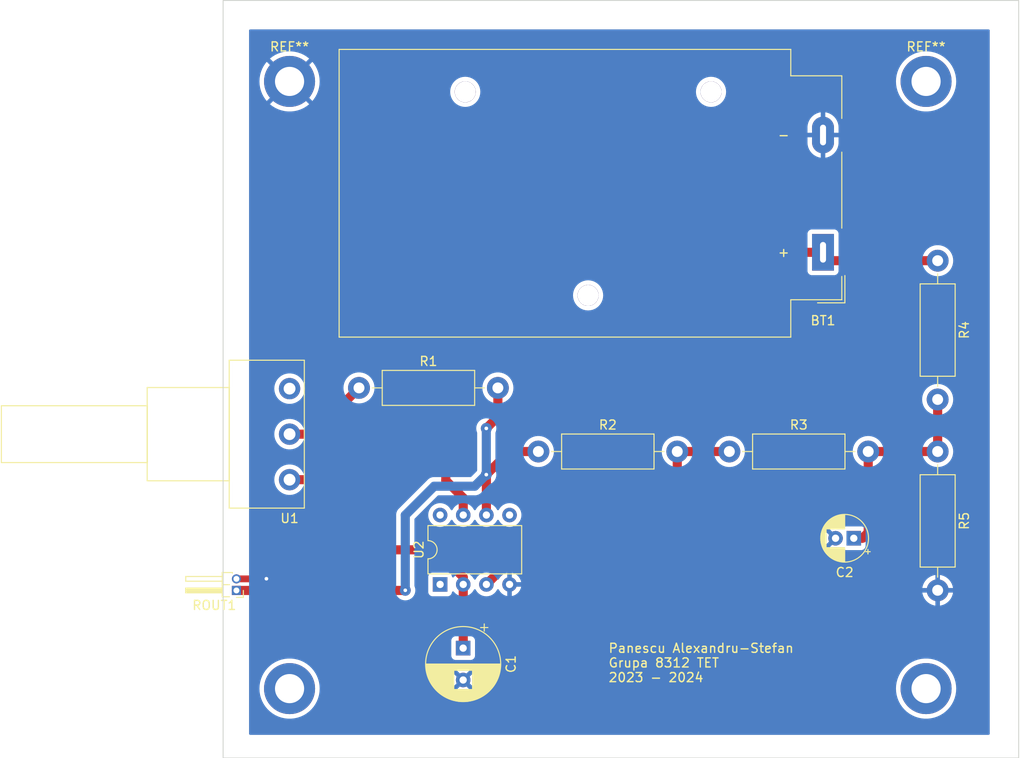
<source format=kicad_pcb>
(kicad_pcb (version 20221018) (generator pcbnew)
  (layers (0 "F.Cu" signal) (31 "B.Cu" signal) (34 "B.Paste" user) (35 "F.Paste" user) (36 "B.SilkS" user "B.Silkscreen") (37 "F.SilkS" user "F.Silkscreen") (38 "B.Mask" user) (39 "F.Mask" user) (44 "Edge.Cuts" user))
  (net 0 "")
  (net 1 "+9V")
  (net 2 "GND")
  (net 3 "/N2")
  (net 4 "/N7")
  (net 5 "/N4")
  (net 6 "/N6")
  (net 7 "/N3")
  (net 8 "/NC1")
  (net 9 "/NC2")
  (net 10 "/NC3")
  (footprint "Resistor_THT:R_Axial_DIN0411_L9.9mm_D3.6mm_P15.24mm_Horizontal" (layer "F.Cu") (at 127.635 95.885)
    (fp_text reference "R2" (at 7.62 -2.92) (layer "F.SilkS"))
    (fp_text value "47K")
    (fp_line (start 1.44 0) (end 2.55 0) (stroke (width 0.12)) (layer "F.SilkS"))
    (fp_line (start 2.55 -1.92) (end 2.55 1.92) (stroke (width 0.12)) (layer "F.SilkS"))
    (fp_line (start 2.55 1.92) (end 12.69 1.92) (stroke (width 0.12)) (layer "F.SilkS"))
    (fp_line (start 12.69 -1.92) (end 2.55 -1.92) (stroke (width 0.12)) (layer "F.SilkS"))
    (fp_line (start 12.69 1.92) (end 12.69 -1.92) (stroke (width 0.12)) (layer "F.SilkS"))
    (fp_line (start 13.8 0) (end 12.69 0) (stroke (width 0.12)) (layer "F.SilkS"))
    (pad "1" thru_hole circle (at 0 0) (size 2.4 2.4) (drill 1.2) (layers "*.Cu" "*.Mask") (net 6 "/N6"))
    (pad "2" thru_hole oval (at 15.24 0) (size 2.4 2.4) (drill 1.2) (layers "*.Cu" "*.Mask") (net 7 "/N3"))
  )
  (footprint "Connector_PinHeader_1.27mm:PinHeader_1x02_P1.27mm_Horizontal" (layer "F.Cu") (at 94.5 111.14 180)
    (fp_text reference "ROUT1" (at 2.4325 -1.635) (layer "F.SilkS"))
    (fp_text value "10K")
    (fp_line (start -0.76 -0.76) (end 0 -0.76) (stroke (width 0.12)) (layer "F.SilkS"))
    (fp_line (start -0.76 0) (end -0.76 -0.76) (stroke (width 0.12)) (layer "F.SilkS"))
    (fp_line (start 0.44 1.965) (end 0.44 1.889677) (stroke (width 0.12)) (layer "F.SilkS"))
    (fp_line (start 0.76 -0.695) (end 1.56 -0.695) (stroke (width 0.12)) (layer "F.SilkS"))
    (fp_line (start 0.76 0.635) (end 1.56 0.635) (stroke (width 0.12)) (layer "F.SilkS"))
    (fp_line (start 1.56 -0.695) (end 1.56 1.965) (stroke (width 0.12)) (layer "F.SilkS"))
    (fp_line (start 1.56 -0.26) (end 5.56 -0.26) (stroke (width 0.12)) (layer "F.SilkS"))
    (fp_line (start 1.56 -0.2) (end 5.56 -0.2) (stroke (width 0.12)) (layer "F.SilkS"))
    (fp_line (start 1.56 -0.08) (end 5.56 -0.08) (stroke (width 0.12)) (layer "F.SilkS"))
    (fp_line (start 1.56 0.04) (end 5.56 0.04) (stroke (width 0.12)) (layer "F.SilkS"))
    (fp_line (start 1.56 0.16) (end 5.56 0.16) (stroke (width 0.12)) (layer "F.SilkS"))
    (fp_line (start 1.56 1.01) (end 5.56 1.01) (stroke (width 0.12)) (layer "F.SilkS"))
    (fp_line (start 1.56 1.965) (end 0.44 1.965) (stroke (width 0.12)) (layer "F.SilkS"))
    (fp_line (start 5.56 -0.26) (end 5.56 0.26) (stroke (width 0.12)) (layer "F.SilkS"))
    (fp_line (start 5.56 0.26) (end 1.56 0.26) (stroke (width 0.12)) (layer "F.SilkS"))
    (fp_line (start 5.56 1.01) (end 5.56 1.53) (stroke (width 0.12)) (layer "F.SilkS"))
    (fp_line (start 5.56 1.53) (end 1.56 1.53) (stroke (width 0.12)) (layer "F.SilkS"))
    (pad "1" thru_hole rect (at 0 0 180) (size 1 1) (drill 0.65) (layers "*.Cu" "*.Mask") (net 6 "/N6"))
    (pad "2" thru_hole oval (at 0 1.27 180) (size 1 1) (drill 0.65) (layers "*.Cu" "*.Mask") (net 2 "GND"))
  )
  (footprint "" (layer "F.Cu") (at 100.33 121.92)
    (fp_text reference "" (at 0 0) (layer "F.SilkS") (effects (font (size 1.27 1.27))))
    (fp_text value "" (at 0 0) (layer "F.SilkS") (effects (font (size 1.27 1.27))))
    (pad "1" thru_hole circle (at 0 0) (size 5.6 5.6) (drill 3.2) (layers "*.Cu" "*.Mask"))
  )
  (footprint "MountingHole:MountingHole_3.2mm_M3_DIN965_Pad" (layer "F.Cu") (at 170.18 55.245)
    (fp_text reference "REF**" (at 0 -3.8) (layer "F.SilkS"))
    (fp_text value "MountingHole_3.2mm_M3")
    (pad "1" thru_hole circle (at 0 0) (size 5.6 5.6) (drill 3.2) (layers "*.Cu" "*.Mask"))
  )
  (footprint "MountingHole:MountingHole_3.2mm_M3_DIN965_Pad" (layer "F.Cu") (at 100.33 55.245)
    (fp_text reference "REF**" (at 0 -3.8) (layer "F.SilkS"))
    (fp_text value "MountingHole_3.2mm_M3")
    (pad "1" thru_hole circle (at 0 0) (size 5.6 5.6) (drill 3.2) (layers "*.Cu" "*.Mask") (net 2 "GND"))
  )
  (footprint "Capacitor_THT:CP_Radial_D8.0mm_P3.50mm" (layer "F.Cu") (at 119.38 117.475 -90)
    (fp_text reference "C1" (at 1.75 -5.25 90) (layer "F.SilkS"))
    (fp_text value "100μ")
    (fp_line (start -2.659698 -2.315) (end -1.859698 -2.315) (stroke (width 0.12)) (layer "F.SilkS"))
    (fp_line (start -2.259698 -2.715) (end -2.259698 -1.915) (stroke (width 0.12)) (layer "F.SilkS"))
    (fp_line (start 1.75 -4.08) (end 1.75 4.08) (stroke (width 0.12)) (layer "F.SilkS"))
    (fp_line (start 1.79 -4.08) (end 1.79 4.08) (stroke (width 0.12)) (layer "F.SilkS"))
    (fp_line (start 1.83 -4.08) (end 1.83 4.08) (stroke (width 0.12)) (layer "F.SilkS"))
    (fp_line (start 1.87 -4.079) (end 1.87 4.079) (stroke (width 0.12)) (layer "F.SilkS"))
    (fp_line (start 1.91 -4.077) (end 1.91 4.077) (stroke (width 0.12)) (layer "F.SilkS"))
    (fp_line (start 1.95 -4.076) (end 1.95 4.076) (stroke (width 0.12)) (layer "F.SilkS"))
    (fp_line (start 1.99 -4.074) (end 1.99 4.074) (stroke (width 0.12)) (layer "F.SilkS"))
    (fp_line (start 2.03 -4.071) (end 2.03 4.071) (stroke (width 0.12)) (layer "F.SilkS"))
    (fp_line (start 2.07 -4.068) (end 2.07 4.068) (stroke (width 0.12)) (layer "F.SilkS"))
    (fp_line (start 2.11 -4.065) (end 2.11 4.065) (stroke (width 0.12)) (layer "F.SilkS"))
    (fp_line (start 2.15 -4.061) (end 2.15 4.061) (stroke (width 0.12)) (layer "F.SilkS"))
    (fp_line (start 2.19 -4.057) (end 2.19 4.057) (stroke (width 0.12)) (layer "F.SilkS"))
    (fp_line (start 2.23 -4.052) (end 2.23 4.052) (stroke (width 0.12)) (layer "F.SilkS"))
    (fp_line (start 2.27 -4.048) (end 2.27 4.048) (stroke (width 0.12)) (layer "F.SilkS"))
    (fp_line (start 2.31 -4.042) (end 2.31 4.042) (stroke (width 0.12)) (layer "F.SilkS"))
    (fp_line (start 2.35 -4.037) (end 2.35 4.037) (stroke (width 0.12)) (layer "F.SilkS"))
    (fp_line (start 2.39 -4.03) (end 2.39 4.03) (stroke (width 0.12)) (layer "F.SilkS"))
    (fp_line (start 2.43 -4.024) (end 2.43 4.024) (stroke (width 0.12)) (layer "F.SilkS"))
    (fp_line (start 2.471 -4.017) (end 2.471 -1.04) (stroke (width 0.12)) (layer "F.SilkS"))
    (fp_line (start 2.471 1.04) (end 2.471 4.017) (stroke (width 0.12)) (layer "F.SilkS"))
    (fp_line (start 2.511 -4.01) (end 2.511 -1.04) (stroke (width 0.12)) (layer "F.SilkS"))
    (fp_line (start 2.511 1.04) (end 2.511 4.01) (stroke (width 0.12)) (layer "F.SilkS"))
    (fp_line (start 2.551 -4.002) (end 2.551 -1.04) (stroke (width 0.12)) (layer "F.SilkS"))
    (fp_line (start 2.551 1.04) (end 2.551 4.002) (stroke (width 0.12)) (layer "F.SilkS"))
    (fp_line (start 2.591 -3.994) (end 2.591 -1.04) (stroke (width 0.12)) (layer "F.SilkS"))
    (fp_line (start 2.591 1.04) (end 2.591 3.994) (stroke (width 0.12)) (layer "F.SilkS"))
    (fp_line (start 2.631 -3.985) (end 2.631 -1.04) (stroke (width 0.12)) (layer "F.SilkS"))
    (fp_line (start 2.631 1.04) (end 2.631 3.985) (stroke (width 0.12)) (layer "F.SilkS"))
    (fp_line (start 2.671 -3.976) (end 2.671 -1.04) (stroke (width 0.12)) (layer "F.SilkS"))
    (fp_line (start 2.671 1.04) (end 2.671 3.976) (stroke (width 0.12)) (layer "F.SilkS"))
    (fp_line (start 2.711 -3.967) (end 2.711 -1.04) (stroke (width 0.12)) (layer "F.SilkS"))
    (fp_line (start 2.711 1.04) (end 2.711 3.967) (stroke (width 0.12)) (layer "F.SilkS"))
    (fp_line (start 2.751 -3.957) (end 2.751 -1.04) (stroke (width 0.12)) (layer "F.SilkS"))
    (fp_line (start 2.751 1.04) (end 2.751 3.957) (stroke (width 0.12)) (layer "F.SilkS"))
    (fp_line (start 2.791 -3.947) (end 2.791 -1.04) (stroke (width 0.12)) (layer "F.SilkS"))
    (fp_line (start 2.791 1.04) (end 2.791 3.947) (stroke (width 0.12)) (layer "F.SilkS"))
    (fp_line (start 2.831 -3.936) (end 2.831 -1.04) (stroke (width 0.12)) (layer "F.SilkS"))
    (fp_line (start 2.831 1.04) (end 2.831 3.936) (stroke (width 0.12)) (layer "F.SilkS"))
    (fp_line (start 2.871 -3.925) (end 2.871 -1.04) (stroke (width 0.12)) (layer "F.SilkS"))
    (fp_line (start 2.871 1.04) (end 2.871 3.925) (stroke (width 0.12)) (layer "F.SilkS"))
    (fp_line (start 2.911 -3.914) (end 2.911 -1.04) (stroke (width 0.12)) (layer "F.SilkS"))
    (fp_line (start 2.911 1.04) (end 2.911 3.914) (stroke (width 0.12)) (layer "F.SilkS"))
    (fp_line (start 2.951 -3.902) (end 2.951 -1.04) (stroke (width 0.12)) (layer "F.SilkS"))
    (fp_line (start 2.951 1.04) (end 2.951 3.902) (stroke (width 0.12)) (layer "F.SilkS"))
    (fp_line (start 2.991 -3.889) (end 2.991 -1.04) (stroke (width 0.12)) (layer "F.SilkS"))
    (fp_line (start 2.991 1.04) (end 2.991 3.889) (stroke (width 0.12)) (layer "F.SilkS"))
    (fp_line (start 3.031 -3.877) (end 3.031 -1.04) (stroke (width 0.12)) (layer "F.SilkS"))
    (fp_line (start 3.031 1.04) (end 3.031 3.877) (stroke (width 0.12)) (layer "F.SilkS"))
    (fp_line (start 3.071 -3.863) (end 3.071 -1.04) (stroke (width 0.12)) (layer "F.SilkS"))
    (fp_line (start 3.071 1.04) (end 3.071 3.863) (stroke (width 0.12)) (layer "F.SilkS"))
    (fp_line (start 3.111 -3.85) (end 3.111 -1.04) (stroke (width 0.12)) (layer "F.SilkS"))
    (fp_line (start 3.111 1.04) (end 3.111 3.85) (stroke (width 0.12)) (layer "F.SilkS"))
    (fp_line (start 3.151 -3.835) (end 3.151 -1.04) (stroke (width 0.12)) (layer "F.SilkS"))
    (fp_line (start 3.151 1.04) (end 3.151 3.835) (stroke (width 0.12)) (layer "F.SilkS"))
    (fp_line (start 3.191 -3.821) (end 3.191 -1.04) (stroke (width 0.12)) (layer "F.SilkS"))
    (fp_line (start 3.191 1.04) (end 3.191 3.821) (stroke (width 0.12)) (layer "F.SilkS"))
    (fp_line (start 3.231 -3.805) (end 3.231 -1.04) (stroke (width 0.12)) (layer "F.SilkS"))
    (fp_line (start 3.231 1.04) (end 3.231 3.805) (stroke (width 0.12)) (layer "F.SilkS"))
    (fp_line (start 3.271 -3.79) (end 3.271 -1.04) (stroke (width 0.12)) (layer "F.SilkS"))
    (fp_line (start 3.271 1.04) (end 3.271 3.79) (stroke (width 0.12)) (layer "F.SilkS"))
    (fp_line (start 3.311 -3.774) (end 3.311 -1.04) (stroke (width 0.12)) (layer "F.SilkS"))
    (fp_line (start 3.311 1.04) (end 3.311 3.774) (stroke (width 0.12)) (layer "F.SilkS"))
    (fp_line (start 3.351 -3.757) (end 3.351 -1.04) (stroke (width 0.12)) (layer "F.SilkS"))
    (fp_line (start 3.351 1.04) (end 3.351 3.757) (stroke (width 0.12)) (layer "F.SilkS"))
    (fp_line (start 3.391 -3.74) (end 3.391 -1.04) (stroke (width 0.12)) (layer "F.SilkS"))
    (fp_line (start 3.391 1.04) (end 3.391 3.74) (stroke (width 0.12)) (layer "F.SilkS"))
    (fp_line (start 3.431 -3.722) (end 3.431 -1.04) (stroke (width 0.12)) (layer "F.SilkS"))
    (fp_line (start 3.431 1.04) (end 3.431 3.722) (stroke (width 0.12)) (layer "F.SilkS"))
    (fp_line (start 3.471 -3.704) (end 3.471 -1.04) (stroke (width 0.12)) (layer "F.SilkS"))
    (fp_line (start 3.471 1.04) (end 3.471 3.704) (stroke (width 0.12)) (layer "F.SilkS"))
    (fp_line (start 3.511 -3.686) (end 3.511 -1.04) (stroke (width 0.12)) (layer "F.SilkS"))
    (fp_line (start 3.511 1.04) (end 3.511 3.686) (stroke (width 0.12)) (layer "F.SilkS"))
    (fp_line (start 3.551 -3.666) (end 3.551 -1.04) (stroke (width 0.12)) (layer "F.SilkS"))
    (fp_line (start 3.551 1.04) (end 3.551 3.666) (stroke (width 0.12)) (layer "F.SilkS"))
    (fp_line (start 3.591 -3.647) (end 3.591 -1.04) (stroke (width 0.12)) (layer "F.SilkS"))
    (fp_line (start 3.591 1.04) (end 3.591 3.647) (stroke (width 0.12)) (layer "F.SilkS"))
    (fp_line (start 3.631 -3.627) (end 3.631 -1.04) (stroke (width 0.12)) (layer "F.SilkS"))
    (fp_line (start 3.631 1.04) (end 3.631 3.627) (stroke (width 0.12)) (layer "F.SilkS"))
    (fp_line (start 3.671 -3.606) (end 3.671 -1.04) (stroke (width 0.12)) (layer "F.SilkS"))
    (fp_line (start 3.671 1.04) (end 3.671 3.606) (stroke (width 0.12)) (layer "F.SilkS"))
    (fp_line (start 3.711 -3.584) (end 3.711 -1.04) (stroke (width 0.12)) (layer "F.SilkS"))
    (fp_line (start 3.711 1.04) (end 3.711 3.584) (stroke (width 0.12)) (layer "F.SilkS"))
    (fp_line (start 3.751 -3.562) (end 3.751 -1.04) (stroke (width 0.12)) (layer "F.SilkS"))
    (fp_line (start 3.751 1.04) (end 3.751 3.562) (stroke (width 0.12)) (layer "F.SilkS"))
    (fp_line (start 3.791 -3.54) (end 3.791 -1.04) (stroke (width 0.12)) (layer "F.SilkS"))
    (fp_line (start 3.791 1.04) (end 3.791 3.54) (stroke (width 0.12)) (layer "F.SilkS"))
    (fp_line (start 3.831 -3.517) (end 3.831 -1.04) (stroke (width 0.12)) (layer "F.SilkS"))
    (fp_line (start 3.831 1.04) (end 3.831 3.517) (stroke (width 0.12)) (layer "F.SilkS"))
    (fp_line (start 3.871 -3.493) (end 3.871 -1.04) (stroke (width 0.12)) (layer "F.SilkS"))
    (fp_line (start 3.871 1.04) (end 3.871 3.493) (stroke (width 0.12)) (layer "F.SilkS"))
    (fp_line (start 3.911 -3.469) (end 3.911 -1.04) (stroke (width 0.12)) (layer "F.SilkS"))
    (fp_line (start 3.911 1.04) (end 3.911 3.469) (stroke (width 0.12)) (layer "F.SilkS"))
    (fp_line (start 3.951 -3.444) (end 3.951 -1.04) (stroke (width 0.12)) (layer "F.SilkS"))
    (fp_line (start 3.951 1.04) (end 3.951 3.444) (stroke (width 0.12)) (layer "F.SilkS"))
    (fp_line (start 3.991 -3.418) (end 3.991 -1.04) (stroke (width 0.12)) (layer "F.SilkS"))
    (fp_line (start 3.991 1.04) (end 3.991 3.418) (stroke (width 0.12)) (layer "F.SilkS"))
    (fp_line (start 4.031 -3.392) (end 4.031 -1.04) (stroke (width 0.12)) (layer "F.SilkS"))
    (fp_line (start 4.031 1.04) (end 4.031 3.392) (stroke (width 0.12)) (layer "F.SilkS"))
    (fp_line (start 4.071 -3.365) (end 4.071 -1.04) (stroke (width 0.12)) (layer "F.SilkS"))
    (fp_line (start 4.071 1.04) (end 4.071 3.365) (stroke (width 0.12)) (layer "F.SilkS"))
    (fp_line (start 4.111 -3.338) (end 4.111 -1.04) (stroke (width 0.12)) (layer "F.SilkS"))
    (fp_line (start 4.111 1.04) (end 4.111 3.338) (stroke (width 0.12)) (layer "F.SilkS"))
    (fp_line (start 4.151 -3.309) (end 4.151 -1.04) (stroke (width 0.12)) (layer "F.SilkS"))
    (fp_line (start 4.151 1.04) (end 4.151 3.309) (stroke (width 0.12)) (layer "F.SilkS"))
    (fp_line (start 4.191 -3.28) (end 4.191 -1.04) (stroke (width 0.12)) (layer "F.SilkS"))
    (fp_line (start 4.191 1.04) (end 4.191 3.28) (stroke (width 0.12)) (layer "F.SilkS"))
    (fp_line (start 4.231 -3.25) (end 4.231 -1.04) (stroke (width 0.12)) (layer "F.SilkS"))
    (fp_line (start 4.231 1.04) (end 4.231 3.25) (stroke (width 0.12)) (layer "F.SilkS"))
    (fp_line (start 4.271 -3.22) (end 4.271 -1.04) (stroke (width 0.12)) (layer "F.SilkS"))
    (fp_line (start 4.271 1.04) (end 4.271 3.22) (stroke (width 0.12)) (layer "F.SilkS"))
    (fp_line (start 4.311 -3.189) (end 4.311 -1.04) (stroke (width 0.12)) (layer "F.SilkS"))
    (fp_line (start 4.311 1.04) (end 4.311 3.189) (stroke (width 0.12)) (layer "F.SilkS"))
    (fp_line (start 4.351 -3.156) (end 4.351 -1.04) (stroke (width 0.12)) (layer "F.SilkS"))
    (fp_line (start 4.351 1.04) (end 4.351 3.156) (stroke (width 0.12)) (layer "F.SilkS"))
    (fp_line (start 4.391 -3.124) (end 4.391 -1.04) (stroke (width 0.12)) (layer "F.SilkS"))
    (fp_line (start 4.391 1.04) (end 4.391 3.124) (stroke (width 0.12)) (layer "F.SilkS"))
    (fp_line (start 4.431 -3.09) (end 4.431 -1.04) (stroke (width 0.12)) (layer "F.SilkS"))
    (fp_line (start 4.431 1.04) (end 4.431 3.09) (stroke (width 0.12)) (layer "F.SilkS"))
    (fp_line (start 4.471 -3.055) (end 4.471 -1.04) (stroke (width 0.12)) (layer "F.SilkS"))
    (fp_line (start 4.471 1.04) (end 4.471 3.055) (stroke (width 0.12)) (layer "F.SilkS"))
    (fp_line (start 4.511 -3.019) (end 4.511 -1.04) (stroke (width 0.12)) (layer "F.SilkS"))
    (fp_line (start 4.511 1.04) (end 4.511 3.019) (stroke (width 0.12)) (layer "F.SilkS"))
    (fp_line (start 4.551 -2.983) (end 4.551 2.983) (stroke (width 0.12)) (layer "F.SilkS"))
    (fp_line (start 4.591 -2.945) (end 4.591 2.945) (stroke (width 0.12)) (layer "F.SilkS"))
    (fp_line (start 4.631 -2.907) (end 4.631 2.907) (stroke (width 0.12)) (layer "F.SilkS"))
    (fp_line (start 4.671 -2.867) (end 4.671 2.867) (stroke (width 0.12)) (layer "F.SilkS"))
    (fp_line (start 4.711 -2.826) (end 4.711 2.826) (stroke (width 0.12)) (layer "F.SilkS"))
    (fp_line (start 4.751 -2.784) (end 4.751 2.784) (stroke (width 0.12)) (layer "F.SilkS"))
    (fp_line (start 4.791 -2.741) (end 4.791 2.741) (stroke (width 0.12)) (layer "F.SilkS"))
    (fp_line (start 4.831 -2.697) (end 4.831 2.697) (stroke (width 0.12)) (layer "F.SilkS"))
    (fp_line (start 4.871 -2.651) (end 4.871 2.651) (stroke (width 0.12)) (layer "F.SilkS"))
    (fp_line (start 4.911 -2.604) (end 4.911 2.604) (stroke (width 0.12)) (layer "F.SilkS"))
    (fp_line (start 4.951 -2.556) (end 4.951 2.556) (stroke (width 0.12)) (layer "F.SilkS"))
    (fp_line (start 4.991 -2.505) (end 4.991 2.505) (stroke (width 0.12)) (layer "F.SilkS"))
    (fp_line (start 5.031 -2.454) (end 5.031 2.454) (stroke (width 0.12)) (layer "F.SilkS"))
    (fp_line (start 5.071 -2.4) (end 5.071 2.4) (stroke (width 0.12)) (layer "F.SilkS"))
    (fp_line (start 5.111 -2.345) (end 5.111 2.345) (stroke (width 0.12)) (layer "F.SilkS"))
    (fp_line (start 5.151 -2.287) (end 5.151 2.287) (stroke (width 0.12)) (layer "F.SilkS"))
    (fp_line (start 5.191 -2.228) (end 5.191 2.228) (stroke (width 0.12)) (layer "F.SilkS"))
    (fp_line (start 5.231 -2.166) (end 5.231 2.166) (stroke (width 0.12)) (layer "F.SilkS"))
    (fp_line (start 5.271 -2.102) (end 5.271 2.102) (stroke (width 0.12)) (layer "F.SilkS"))
    (fp_line (start 5.311 -2.034) (end 5.311 2.034) (stroke (width 0.12)) (layer "F.SilkS"))
    (fp_line (start 5.351 -1.964) (end 5.351 1.964) (stroke (width 0.12)) (layer "F.SilkS"))
    (fp_line (start 5.391 -1.89) (end 5.391 1.89) (stroke (width 0.12)) (layer "F.SilkS"))
    (fp_line (start 5.431 -1.813) (end 5.431 1.813) (stroke (width 0.12)) (layer "F.SilkS"))
    (fp_line (start 5.471 -1.731) (end 5.471 1.731) (stroke (width 0.12)) (layer "F.SilkS"))
    (fp_line (start 5.511 -1.645) (end 5.511 1.645) (stroke (width 0.12)) (layer "F.SilkS"))
    (fp_line (start 5.551 -1.552) (end 5.551 1.552) (stroke (width 0.12)) (layer "F.SilkS"))
    (fp_line (start 5.591 -1.453) (end 5.591 1.453) (stroke (width 0.12)) (layer "F.SilkS"))
    (fp_line (start 5.631 -1.346) (end 5.631 1.346) (stroke (width 0.12)) (layer "F.SilkS"))
    (fp_line (start 5.671 -1.229) (end 5.671 1.229) (stroke (width 0.12)) (layer "F.SilkS"))
    (fp_line (start 5.711 -1.098) (end 5.711 1.098) (stroke (width 0.12)) (layer "F.SilkS"))
    (fp_line (start 5.751 -0.948) (end 5.751 0.948) (stroke (width 0.12)) (layer "F.SilkS"))
    (fp_line (start 5.791 -0.768) (end 5.791 0.768) (stroke (width 0.12)) (layer "F.SilkS"))
    (fp_line (start 5.831 -0.533) (end 5.831 0.533) (stroke (width 0.12)) (layer "F.SilkS"))
    (fp_circle (center 1.75 0) (end 5.87 0) (stroke (width 0.12)) (fill none) (layer "F.SilkS"))
    (pad "1" thru_hole rect (at 0 0 270) (size 1.6 1.6) (drill 0.8) (layers "*.Cu" "*.Mask") (net 3 "/N2"))
    (pad "2" thru_hole circle (at 3.5 0 270) (size 1.6 1.6) (drill 0.8) (layers "*.Cu" "*.Mask") (net 2 "GND"))
  )
  (footprint "Capacitor_THT:CP_Radial_D5.0mm_P2.00mm" (layer "F.Cu") (at 162.245113 105.41 180)
    (fp_text reference "C2" (at 1 -3.75) (layer "F.SilkS"))
    (fp_text value "4.7μ")
    (fp_line (start -1.804775 -1.475) (end -1.304775 -1.475) (stroke (width 0.12)) (layer "F.SilkS"))
    (fp_line (start -1.554775 -1.725) (end -1.554775 -1.225) (stroke (width 0.12)) (layer "F.SilkS"))
    (fp_line (start 1 -2.58) (end 1 -1.04) (stroke (width 0.12)) (layer "F.SilkS"))
    (fp_line (start 1 1.04) (end 1 2.58) (stroke (width 0.12)) (layer "F.SilkS"))
    (fp_line (start 1.04 -2.58) (end 1.04 -1.04) (stroke (width 0.12)) (layer "F.SilkS"))
    (fp_line (start 1.04 1.04) (end 1.04 2.58) (stroke (width 0.12)) (layer "F.SilkS"))
    (fp_line (start 1.08 -2.579) (end 1.08 -1.04) (stroke (width 0.12)) (layer "F.SilkS"))
    (fp_line (start 1.08 1.04) (end 1.08 2.579) (stroke (width 0.12)) (layer "F.SilkS"))
    (fp_line (start 1.12 -2.578) (end 1.12 -1.04) (stroke (width 0.12)) (layer "F.SilkS"))
    (fp_line (start 1.12 1.04) (end 1.12 2.578) (stroke (width 0.12)) (layer "F.SilkS"))
    (fp_line (start 1.16 -2.576) (end 1.16 -1.04) (stroke (width 0.12)) (layer "F.SilkS"))
    (fp_line (start 1.16 1.04) (end 1.16 2.576) (stroke (width 0.12)) (layer "F.SilkS"))
    (fp_line (start 1.2 -2.573) (end 1.2 -1.04) (stroke (width 0.12)) (layer "F.SilkS"))
    (fp_line (start 1.2 1.04) (end 1.2 2.573) (stroke (width 0.12)) (layer "F.SilkS"))
    (fp_line (start 1.24 -2.569) (end 1.24 -1.04) (stroke (width 0.12)) (layer "F.SilkS"))
    (fp_line (start 1.24 1.04) (end 1.24 2.569) (stroke (width 0.12)) (layer "F.SilkS"))
    (fp_line (start 1.28 -2.565) (end 1.28 -1.04) (stroke (width 0.12)) (layer "F.SilkS"))
    (fp_line (start 1.28 1.04) (end 1.28 2.565) (stroke (width 0.12)) (layer "F.SilkS"))
    (fp_line (start 1.32 -2.561) (end 1.32 -1.04) (stroke (width 0.12)) (layer "F.SilkS"))
    (fp_line (start 1.32 1.04) (end 1.32 2.561) (stroke (width 0.12)) (layer "F.SilkS"))
    (fp_line (start 1.36 -2.556) (end 1.36 -1.04) (stroke (width 0.12)) (layer "F.SilkS"))
    (fp_line (start 1.36 1.04) (end 1.36 2.556) (stroke (width 0.12)) (layer "F.SilkS"))
    (fp_line (start 1.4 -2.55) (end 1.4 -1.04) (stroke (width 0.12)) (layer "F.SilkS"))
    (fp_line (start 1.4 1.04) (end 1.4 2.55) (stroke (width 0.12)) (layer "F.SilkS"))
    (fp_line (start 1.44 -2.543) (end 1.44 -1.04) (stroke (width 0.12)) (layer "F.SilkS"))
    (fp_line (start 1.44 1.04) (end 1.44 2.543) (stroke (width 0.12)) (layer "F.SilkS"))
    (fp_line (start 1.48 -2.536) (end 1.48 -1.04) (stroke (width 0.12)) (layer "F.SilkS"))
    (fp_line (start 1.48 1.04) (end 1.48 2.536) (stroke (width 0.12)) (layer "F.SilkS"))
    (fp_line (start 1.52 -2.528) (end 1.52 -1.04) (stroke (width 0.12)) (layer "F.SilkS"))
    (fp_line (start 1.52 1.04) (end 1.52 2.528) (stroke (width 0.12)) (layer "F.SilkS"))
    (fp_line (start 1.56 -2.52) (end 1.56 -1.04) (stroke (width 0.12)) (layer "F.SilkS"))
    (fp_line (start 1.56 1.04) (end 1.56 2.52) (stroke (width 0.12)) (layer "F.SilkS"))
    (fp_line (start 1.6 -2.511) (end 1.6 -1.04) (stroke (width 0.12)) (layer "F.SilkS"))
    (fp_line (start 1.6 1.04) (end 1.6 2.511) (stroke (width 0.12)) (layer "F.SilkS"))
    (fp_line (start 1.64 -2.501) (end 1.64 -1.04) (stroke (width 0.12)) (layer "F.SilkS"))
    (fp_line (start 1.64 1.04) (end 1.64 2.501) (stroke (width 0.12)) (layer "F.SilkS"))
    (fp_line (start 1.68 -2.491) (end 1.68 -1.04) (stroke (width 0.12)) (layer "F.SilkS"))
    (fp_line (start 1.68 1.04) (end 1.68 2.491) (stroke (width 0.12)) (layer "F.SilkS"))
    (fp_line (start 1.721 -2.48) (end 1.721 -1.04) (stroke (width 0.12)) (layer "F.SilkS"))
    (fp_line (start 1.721 1.04) (end 1.721 2.48) (stroke (width 0.12)) (layer "F.SilkS"))
    (fp_line (start 1.761 -2.468) (end 1.761 -1.04) (stroke (width 0.12)) (layer "F.SilkS"))
    (fp_line (start 1.761 1.04) (end 1.761 2.468) (stroke (width 0.12)) (layer "F.SilkS"))
    (fp_line (start 1.801 -2.455) (end 1.801 -1.04) (stroke (width 0.12)) (layer "F.SilkS"))
    (fp_line (start 1.801 1.04) (end 1.801 2.455) (stroke (width 0.12)) (layer "F.SilkS"))
    (fp_line (start 1.841 -2.442) (end 1.841 -1.04) (stroke (width 0.12)) (layer "F.SilkS"))
    (fp_line (start 1.841 1.04) (end 1.841 2.442) (stroke (width 0.12)) (layer "F.SilkS"))
    (fp_line (start 1.881 -2.428) (end 1.881 -1.04) (stroke (width 0.12)) (layer "F.SilkS"))
    (fp_line (start 1.881 1.04) (end 1.881 2.428) (stroke (width 0.12)) (layer "F.SilkS"))
    (fp_line (start 1.921 -2.414) (end 1.921 -1.04) (stroke (width 0.12)) (layer "F.SilkS"))
    (fp_line (start 1.921 1.04) (end 1.921 2.414) (stroke (width 0.12)) (layer "F.SilkS"))
    (fp_line (start 1.961 -2.398) (end 1.961 -1.04) (stroke (width 0.12)) (layer "F.SilkS"))
    (fp_line (start 1.961 1.04) (end 1.961 2.398) (stroke (width 0.12)) (layer "F.SilkS"))
    (fp_line (start 2.001 -2.382) (end 2.001 -1.04) (stroke (width 0.12)) (layer "F.SilkS"))
    (fp_line (start 2.001 1.04) (end 2.001 2.382) (stroke (width 0.12)) (layer "F.SilkS"))
    (fp_line (start 2.041 -2.365) (end 2.041 -1.04) (stroke (width 0.12)) (layer "F.SilkS"))
    (fp_line (start 2.041 1.04) (end 2.041 2.365) (stroke (width 0.12)) (layer "F.SilkS"))
    (fp_line (start 2.081 -2.348) (end 2.081 -1.04) (stroke (width 0.12)) (layer "F.SilkS"))
    (fp_line (start 2.081 1.04) (end 2.081 2.348) (stroke (width 0.12)) (layer "F.SilkS"))
    (fp_line (start 2.121 -2.329) (end 2.121 -1.04) (stroke (width 0.12)) (layer "F.SilkS"))
    (fp_line (start 2.121 1.04) (end 2.121 2.329) (stroke (width 0.12)) (layer "F.SilkS"))
    (fp_line (start 2.161 -2.31) (end 2.161 -1.04) (stroke (width 0.12)) (layer "F.SilkS"))
    (fp_line (start 2.161 1.04) (end 2.161 2.31) (stroke (width 0.12)) (layer "F.SilkS"))
    (fp_line (start 2.201 -2.29) (end 2.201 -1.04) (stroke (width 0.12)) (layer "F.SilkS"))
    (fp_line (start 2.201 1.04) (end 2.201 2.29) (stroke (width 0.12)) (layer "F.SilkS"))
    (fp_line (start 2.241 -2.268) (end 2.241 -1.04) (stroke (width 0.12)) (layer "F.SilkS"))
    (fp_line (start 2.241 1.04) (end 2.241 2.268) (stroke (width 0.12)) (layer "F.SilkS"))
    (fp_line (start 2.281 -2.247) (end 2.281 -1.04) (stroke (width 0.12)) (layer "F.SilkS"))
    (fp_line (start 2.281 1.04) (end 2.281 2.247) (stroke (width 0.12)) (layer "F.SilkS"))
    (fp_line (start 2.321 -2.224) (end 2.321 -1.04) (stroke (width 0.12)) (layer "F.SilkS"))
    (fp_line (start 2.321 1.04) (end 2.321 2.224) (stroke (width 0.12)) (layer "F.SilkS"))
    (fp_line (start 2.361 -2.2) (end 2.361 -1.04) (stroke (width 0.12)) (layer "F.SilkS"))
    (fp_line (start 2.361 1.04) (end 2.361 2.2) (stroke (width 0.12)) (layer "F.SilkS"))
    (fp_line (start 2.401 -2.175) (end 2.401 -1.04) (stroke (width 0.12)) (layer "F.SilkS"))
    (fp_line (start 2.401 1.04) (end 2.401 2.175) (stroke (width 0.12)) (layer "F.SilkS"))
    (fp_line (start 2.441 -2.149) (end 2.441 -1.04) (stroke (width 0.12)) (layer "F.SilkS"))
    (fp_line (start 2.441 1.04) (end 2.441 2.149) (stroke (width 0.12)) (layer "F.SilkS"))
    (fp_line (start 2.481 -2.122) (end 2.481 -1.04) (stroke (width 0.12)) (layer "F.SilkS"))
    (fp_line (start 2.481 1.04) (end 2.481 2.122) (stroke (width 0.12)) (layer "F.SilkS"))
    (fp_line (start 2.521 -2.095) (end 2.521 -1.04) (stroke (width 0.12)) (layer "F.SilkS"))
    (fp_line (start 2.521 1.04) (end 2.521 2.095) (stroke (width 0.12)) (layer "F.SilkS"))
    (fp_line (start 2.561 -2.065) (end 2.561 -1.04) (stroke (width 0.12)) (layer "F.SilkS"))
    (fp_line (start 2.561 1.04) (end 2.561 2.065) (stroke (width 0.12)) (layer "F.SilkS"))
    (fp_line (start 2.601 -2.035) (end 2.601 -1.04) (stroke (width 0.12)) (layer "F.SilkS"))
    (fp_line (start 2.601 1.04) (end 2.601 2.035) (stroke (width 0.12)) (layer "F.SilkS"))
    (fp_line (start 2.641 -2.004) (end 2.641 -1.04) (stroke (width 0.12)) (layer "F.SilkS"))
    (fp_line (start 2.641 1.04) (end 2.641 2.004) (stroke (width 0.12)) (layer "F.SilkS"))
    (fp_line (start 2.681 -1.971) (end 2.681 -1.04) (stroke (width 0.12)) (layer "F.SilkS"))
    (fp_line (start 2.681 1.04) (end 2.681 1.971) (stroke (width 0.12)) (layer "F.SilkS"))
    (fp_line (start 2.721 -1.937) (end 2.721 -1.04) (stroke (width 0.12)) (layer "F.SilkS"))
    (fp_line (start 2.721 1.04) (end 2.721 1.937) (stroke (width 0.12)) (layer "F.SilkS"))
    (fp_line (start 2.761 -1.901) (end 2.761 -1.04) (stroke (width 0.12)) (layer "F.SilkS"))
    (fp_line (start 2.761 1.04) (end 2.761 1.901) (stroke (width 0.12)) (layer "F.SilkS"))
    (fp_line (start 2.801 -1.864) (end 2.801 -1.04) (stroke (width 0.12)) (layer "F.SilkS"))
    (fp_line (start 2.801 1.04) (end 2.801 1.864) (stroke (width 0.12)) (layer "F.SilkS"))
    (fp_line (start 2.841 -1.826) (end 2.841 -1.04) (stroke (width 0.12)) (layer "F.SilkS"))
    (fp_line (start 2.841 1.04) (end 2.841 1.826) (stroke (width 0.12)) (layer "F.SilkS"))
    (fp_line (start 2.881 -1.785) (end 2.881 -1.04) (stroke (width 0.12)) (layer "F.SilkS"))
    (fp_line (start 2.881 1.04) (end 2.881 1.785) (stroke (width 0.12)) (layer "F.SilkS"))
    (fp_line (start 2.921 -1.743) (end 2.921 -1.04) (stroke (width 0.12)) (layer "F.SilkS"))
    (fp_line (start 2.921 1.04) (end 2.921 1.743) (stroke (width 0.12)) (layer "F.SilkS"))
    (fp_line (start 2.961 -1.699) (end 2.961 -1.04) (stroke (width 0.12)) (layer "F.SilkS"))
    (fp_line (start 2.961 1.04) (end 2.961 1.699) (stroke (width 0.12)) (layer "F.SilkS"))
    (fp_line (start 3.001 -1.653) (end 3.001 -1.04) (stroke (width 0.12)) (layer "F.SilkS"))
    (fp_line (start 3.001 1.04) (end 3.001 1.653) (stroke (width 0.12)) (layer "F.SilkS"))
    (fp_line (start 3.041 -1.605) (end 3.041 1.605) (stroke (width 0.12)) (layer "F.SilkS"))
    (fp_line (start 3.081 -1.554) (end 3.081 1.554) (stroke (width 0.12)) (layer "F.SilkS"))
    (fp_line (start 3.121 -1.5) (end 3.121 1.5) (stroke (width 0.12)) (layer "F.SilkS"))
    (fp_line (start 3.161 -1.443) (end 3.161 1.443) (stroke (width 0.12)) (layer "F.SilkS"))
    (fp_line (start 3.201 -1.383) (end 3.201 1.383) (stroke (width 0.12)) (layer "F.SilkS"))
    (fp_line (start 3.241 -1.319) (end 3.241 1.319) (stroke (width 0.12)) (layer "F.SilkS"))
    (fp_line (start 3.281 -1.251) (end 3.281 1.251) (stroke (width 0.12)) (layer "F.SilkS"))
    (fp_line (start 3.321 -1.178) (end 3.321 1.178) (stroke (width 0.12)) (layer "F.SilkS"))
    (fp_line (start 3.361 -1.098) (end 3.361 1.098) (stroke (width 0.12)) (layer "F.SilkS"))
    (fp_line (start 3.401 -1.011) (end 3.401 1.011) (stroke (width 0.12)) (layer "F.SilkS"))
    (fp_line (start 3.441 -0.915) (end 3.441 0.915) (stroke (width 0.12)) (layer "F.SilkS"))
    (fp_line (start 3.481 -0.805) (end 3.481 0.805) (stroke (width 0.12)) (layer "F.SilkS"))
    (fp_line (start 3.521 -0.677) (end 3.521 0.677) (stroke (width 0.12)) (layer "F.SilkS"))
    (fp_line (start 3.561 -0.518) (end 3.561 0.518) (stroke (width 0.12)) (layer "F.SilkS"))
    (fp_line (start 3.601 -0.284) (end 3.601 0.284) (stroke (width 0.12)) (layer "F.SilkS"))
    (fp_circle (center 1 0) (end 3.62 0) (stroke (width 0.12)) (fill none) (layer "F.SilkS"))
    (pad "1" thru_hole rect (at 0 0 180) (size 1.6 1.6) (drill 0.8) (layers "*.Cu" "*.Mask") (net 4 "/N7"))
    (pad "2" thru_hole circle (at 2 0 180) (size 1.6 1.6) (drill 0.8) (layers "*.Cu" "*.Mask") (net 2 "GND"))
  )
  (footprint "Resistor_THT:R_Axial_DIN0411_L9.9mm_D3.6mm_P15.24mm_Horizontal" (layer "F.Cu") (at 148.59 95.885)
    (fp_text reference "R3" (at 7.62 -2.92) (layer "F.SilkS"))
    (fp_text value "47K")
    (fp_line (start 1.44 0) (end 2.55 0) (stroke (width 0.12)) (layer "F.SilkS"))
    (fp_line (start 2.55 -1.92) (end 2.55 1.92) (stroke (width 0.12)) (layer "F.SilkS"))
    (fp_line (start 2.55 1.92) (end 12.69 1.92) (stroke (width 0.12)) (layer "F.SilkS"))
    (fp_line (start 12.69 -1.92) (end 2.55 -1.92) (stroke (width 0.12)) (layer "F.SilkS"))
    (fp_line (start 12.69 1.92) (end 12.69 -1.92) (stroke (width 0.12)) (layer "F.SilkS"))
    (fp_line (start 13.8 0) (end 12.69 0) (stroke (width 0.12)) (layer "F.SilkS"))
    (pad "1" thru_hole circle (at 0 0) (size 2.4 2.4) (drill 1.2) (layers "*.Cu" "*.Mask") (net 7 "/N3"))
    (pad "2" thru_hole oval (at 15.24 0) (size 2.4 2.4) (drill 1.2) (layers "*.Cu" "*.Mask") (net 4 "/N7"))
  )
  (footprint "Battery:BatteryHolder_MPD_BA9VPC_1xPP3" (layer "F.Cu") (at 158.87 74.01 180)
    (fp_text reference "BT1" (at 0 -7.5) (layer "F.SilkS"))
    (fp_text value "9V")
    (fp_text user "-" (at 3.6 12.88) (layer "F.SilkS") (effects (justify right)))
    (fp_text user "+" (at 3.6 0) (layer "F.SilkS") (effects (justify right)))
    (fp_line (start -2.4 -5.55) (end -2.4 -2.55) (stroke (width 0.12)) (layer "F.SilkS"))
    (fp_line (start -2.4 -5.55) (end 0.6 -5.55) (stroke (width 0.12)) (layer "F.SilkS"))
    (fp_line (start -2.06 -5.21) (end -2.06 -2.65) (stroke (width 0.12)) (layer "F.SilkS"))
    (fp_line (start -2.06 2.65) (end -2.06 11) (stroke (width 0.12)) (layer "F.SilkS"))
    (fp_line (start -2.06 19.38) (end -2.06 14.7) (stroke (width 0.12)) (layer "F.SilkS"))
    (fp_line (start 3.54 -9.31) (end 3.54 -5.21) (stroke (width 0.12)) (layer "F.SilkS"))
    (fp_line (start 3.54 -5.21) (end -2.06 -5.21) (stroke (width 0.12)) (layer "F.SilkS"))
    (fp_line (start 3.54 19.38) (end -2.06 19.38) (stroke (width 0.12)) (layer "F.SilkS"))
    (fp_line (start 3.54 22.28) (end 3.54 19.38) (stroke (width 0.12)) (layer "F.SilkS"))
    (fp_line (start 53.1 -9.31) (end 3.54 -9.31) (stroke (width 0.12)) (layer "F.SilkS"))
    (fp_line (start 53.1 22.28) (end 3.54 22.28) (stroke (width 0.12)) (layer "F.SilkS"))
    (fp_line (start 53.1 22.28) (end 53.1 -9.31) (stroke (width 0.12)) (layer "F.SilkS"))
    (pad "" np_thru_hole circle (at 12.29 17.62 180) (size 2.3 2.3) (drill 2.29) (layers "*.Cu" "*.Mask"))
    (pad "" np_thru_hole circle (at 25.78 -4.73 180) (size 2.3 2.3) (drill 2.29) (layers "*.Cu" "*.Mask"))
    (pad "" np_thru_hole circle (at 39.26 17.62 180) (size 2.3 2.3) (drill 2.29) (layers "*.Cu" "*.Mask"))
    (pad "1" thru_hole rect (at 0 0 180) (size 2.41 4.02) (drill oval 0.66 2.27) (layers "*.Cu" "*.Mask") (net 1 "+9V"))
    (pad "2" thru_hole oval (at 0 12.88 180) (size 2.41 4.02) (drill oval 0.66 2.27) (layers "*.Cu" "*.Mask") (net 2 "GND"))
  )
  (footprint "Resistor_THT:R_Axial_DIN0411_L9.9mm_D3.6mm_P15.24mm_Horizontal" (layer "F.Cu") (at 171.45 95.885 -90)
    (fp_text reference "R5" (at 7.62 -2.92 90) (layer "F.SilkS"))
    (fp_text value "4.7K")
    (fp_line (start 1.44 0) (end 2.55 0) (stroke (width 0.12)) (layer "F.SilkS"))
    (fp_line (start 2.55 -1.92) (end 2.55 1.92) (stroke (width 0.12)) (layer "F.SilkS"))
    (fp_line (start 2.55 1.92) (end 12.69 1.92) (stroke (width 0.12)) (layer "F.SilkS"))
    (fp_line (start 12.69 -1.92) (end 2.55 -1.92) (stroke (width 0.12)) (layer "F.SilkS"))
    (fp_line (start 12.69 1.92) (end 12.69 -1.92) (stroke (width 0.12)) (layer "F.SilkS"))
    (fp_line (start 13.8 0) (end 12.69 0) (stroke (width 0.12)) (layer "F.SilkS"))
    (pad "1" thru_hole circle (at 0 0 270) (size 2.4 2.4) (drill 1.2) (layers "*.Cu" "*.Mask") (net 4 "/N7"))
    (pad "2" thru_hole oval (at 15.24 0 270) (size 2.4 2.4) (drill 1.2) (layers "*.Cu" "*.Mask") (net 2 "GND"))
  )
  (footprint "Resistor_THT:R_Axial_DIN0411_L9.9mm_D3.6mm_P15.24mm_Horizontal" (layer "F.Cu") (at 171.45 74.93 -90)
    (fp_text reference "R4" (at 7.62 -2.92 90) (layer "F.SilkS"))
    (fp_text value "4.7K")
    (fp_line (start 1.44 0) (end 2.55 0) (stroke (width 0.12)) (layer "F.SilkS"))
    (fp_line (start 2.55 -1.92) (end 2.55 1.92) (stroke (width 0.12)) (layer "F.SilkS"))
    (fp_line (start 2.55 1.92) (end 12.69 1.92) (stroke (width 0.12)) (layer "F.SilkS"))
    (fp_line (start 12.69 -1.92) (end 2.55 -1.92) (stroke (width 0.12)) (layer "F.SilkS"))
    (fp_line (start 12.69 1.92) (end 12.69 -1.92) (stroke (width 0.12)) (layer "F.SilkS"))
    (fp_line (start 13.8 0) (end 12.69 0) (stroke (width 0.12)) (layer "F.SilkS"))
    (pad "1" thru_hole circle (at 0 0 270) (size 2.4 2.4) (drill 1.2) (layers "*.Cu" "*.Mask") (net 1 "+9V"))
    (pad "2" thru_hole oval (at 15.24 0 270) (size 2.4 2.4) (drill 1.2) (layers "*.Cu" "*.Mask") (net 4 "/N7"))
  )
  (footprint "Resistor_THT:R_Axial_DIN0411_L9.9mm_D3.6mm_P15.24mm_Horizontal" (layer "F.Cu") (at 107.95 88.9)
    (fp_text reference "R1" (at 7.62 -2.92) (layer "F.SilkS"))
    (fp_text value "1K")
    (fp_line (start 1.44 0) (end 2.55 0) (stroke (width 0.12)) (layer "F.SilkS"))
    (fp_line (start 2.55 -1.92) (end 2.55 1.92) (stroke (width 0.12)) (layer "F.SilkS"))
    (fp_line (start 2.55 1.92) (end 12.69 1.92) (stroke (width 0.12)) (layer "F.SilkS"))
    (fp_line (start 12.69 -1.92) (end 2.55 -1.92) (stroke (width 0.12)) (layer "F.SilkS"))
    (fp_line (start 12.69 1.92) (end 12.69 -1.92) (stroke (width 0.12)) (layer "F.SilkS"))
    (fp_line (start 13.8 0) (end 12.69 0) (stroke (width 0.12)) (layer "F.SilkS"))
    (pad "1" thru_hole circle (at 0 0) (size 2.4 2.4) (drill 1.2) (layers "*.Cu" "*.Mask") (net 5 "/N4"))
    (pad "2" thru_hole oval (at 15.24 0) (size 2.4 2.4) (drill 1.2) (layers "*.Cu" "*.Mask") (net 6 "/N6"))
  )
  (footprint "" (layer "F.Cu") (at 170.18 121.92)
    (fp_text reference "" (at 0 0) (layer "F.SilkS") (effects (font (size 1.27 1.27))))
    (fp_text value "" (at 0 0) (layer "F.SilkS") (effects (font (size 1.27 1.27))))
    (pad "1" thru_hole circle (at 0 0) (size 5.6 5.6) (drill 3.2) (layers "*.Cu" "*.Mask"))
  )
  (footprint "Package_DIP:DIP-8_W7.62mm" (layer "F.Cu") (at 116.85 110.48 90)
    (fp_text reference "U2" (at 3.81 -2.33 90) (layer "F.SilkS"))
    (fp_text value "LM741")
    (fp_line (start 1.16 -1.33) (end 1.16 8.95) (stroke (width 0.12)) (layer "F.SilkS"))
    (fp_line (start 1.16 8.95) (end 6.46 8.95) (stroke (width 0.12)) (layer "F.SilkS"))
    (fp_line (start 2.81 -1.33) (end 1.16 -1.33) (stroke (width 0.12)) (layer "F.SilkS"))
    (fp_line (start 6.46 -1.33) (end 4.81 -1.33) (stroke (width 0.12)) (layer "F.SilkS"))
    (fp_line (start 6.46 8.95) (end 6.46 -1.33) (stroke (width 0.12)) (layer "F.SilkS"))
    (fp_arc (start 4.81 -1.33) (mid 3.81 -0.33) (end 2.81 -1.33) (stroke (width 0.12)) (layer "F.SilkS"))
    (pad "1" thru_hole rect (at 0 0 90) (size 1.6 1.6) (drill 0.8) (layers "*.Cu" "*.Mask") (net 9 "/NC2"))
    (pad "2" thru_hole oval (at 0 2.54 90) (size 1.6 1.6) (drill 0.8) (layers "*.Cu" "*.Mask") (net 3 "/N2"))
    (pad "3" thru_hole oval (at 0 5.08 90) (size 1.6 1.6) (drill 0.8) (layers "*.Cu" "*.Mask") (net 7 "/N3"))
    (pad "4" thru_hole oval (at 0 7.62 90) (size 1.6 1.6) (drill 0.8) (layers "*.Cu" "*.Mask") (net 2 "GND"))
    (pad "5" thru_hole oval (at 7.62 7.62 90) (size 1.6 1.6) (drill 0.8) (layers "*.Cu" "*.Mask") (net 10 "/NC3"))
    (pad "6" thru_hole oval (at 7.62 5.08 90) (size 1.6 1.6) (drill 0.8) (layers "*.Cu" "*.Mask") (net 6 "/N6"))
    (pad "7" thru_hole oval (at 7.62 2.54 90) (size 1.6 1.6) (drill 0.8) (layers "*.Cu" "*.Mask") (net 1 "+9V"))
    (pad "8" thru_hole oval (at 7.62 0 90) (size 1.6 1.6) (drill 0.8) (layers "*.Cu" "*.Mask"))
  )
  (footprint "Potentiometer_THT:Potentiometer_Piher_PC-16_Single_Horizontal" (layer "F.Cu") (at 100.33 88.98 180)
    (fp_text reference "U1" (at 0 -14.25) (layer "F.SilkS"))
    (fp_text value "100K")
    (fp_line (start -1.62 -13.12) (end -1.62 3.12) (stroke (width 0.12)) (layer "F.SilkS"))
    (fp_line (start -1.62 -13.12) (end 6.62 -13.12) (stroke (width 0.12)) (layer "F.SilkS"))
    (fp_line (start -1.62 3.12) (end 6.62 3.12) (stroke (width 0.12)) (layer "F.SilkS"))
    (fp_line (start 6.62 -13.12) (end 6.62 3.12) (stroke (width 0.12)) (layer "F.SilkS"))
    (fp_line (start 6.62 -10.12) (end 6.62 0.12) (stroke (width 0.12)) (layer "F.SilkS"))
    (fp_line (start 6.62 -10.12) (end 15.62 -10.12) (stroke (width 0.12)) (layer "F.SilkS"))
    (fp_line (start 6.62 0.12) (end 15.62 0.12) (stroke (width 0.12)) (layer "F.SilkS"))
    (fp_line (start 15.62 -10.12) (end 15.62 0.12) (stroke (width 0.12)) (layer "F.SilkS"))
    (fp_line (start 15.62 -8.12) (end 15.62 -1.879) (stroke (width 0.12)) (layer "F.SilkS"))
    (fp_line (start 15.62 -8.12) (end 31.62 -8.12) (stroke (width 0.12)) (layer "F.SilkS"))
    (fp_line (start 15.62 -1.879) (end 31.62 -1.879) (stroke (width 0.12)) (layer "F.SilkS"))
    (fp_line (start 31.62 -8.12) (end 31.62 -1.879) (stroke (width 0.12)) (layer "F.SilkS"))
    (pad "1" thru_hole circle (at 0 0 180) (size 2.34 2.34) (drill 1.3) (layers "*.Cu" "*.Mask") (net 8 "/NC1"))
    (pad "2" thru_hole circle (at 0 -5 180) (size 2.34 2.34) (drill 1.3) (layers "*.Cu" "*.Mask") (net 5 "/N4"))
    (pad "3" thru_hole circle (at 0 -10 180) (size 2.34 2.34) (drill 1.3) (layers "*.Cu" "*.Mask") (net 3 "/N2"))
  )
  (gr_rect (start 93.04 46.355) (end 180.34 129.54) (stroke (width 0.1)) (fill none) (layer "Edge.Cuts"))
  (gr_text "Panescu Alexandru-Stefan\nGrupa 8312 TET\n2023 - 2024" (at 135.255 121.285) (layer "F.SilkS") (effects (font (size 1 1)) (justify left bottom)))
  (segment (start 159.79 74.93) (end 158.87 74.01) (width 1) (layer "F.Cu") (net 1))
  (segment (start 117.475 99.06) (end 117.475 76.2) (width 1) (layer "F.Cu") (net 1))
  (segment (start 119.39 102.86) (end 119.39 100.975) (width 1) (layer "F.Cu") (net 1))
  (segment (start 119.665 74.01) (end 158.87 74.01) (width 1) (layer "F.Cu") (net 1))
  (segment (start 117.475 76.2) (end 119.665 74.01) (width 1) (layer "F.Cu") (net 1))
  (segment (start 171.45 74.93) (end 159.79 74.93) (width 1) (layer "F.Cu") (net 1))
  (segment (start 119.39 100.975) (end 117.475 99.06) (width 1) (layer "F.Cu") (net 1))
  (segment (start 97.79 109.855) (end 97.775 109.87) (width 0.25) (layer "F.Cu") (net 2))
  (segment (start 97.775 109.87) (end 94.5 109.87) (width 0.75) (layer "F.Cu") (net 2))
  (via (at 97.79 109.855) (size 0.8) (drill 0.4) (layers "F.Cu" "B.Cu") (net 2))
  (segment (start 119.39 110.48) (end 119.39 109.68) (width 1) (layer "F.Cu") (net 3))
  (segment (start 119.39 109.68) (end 116.39 106.68) (width 1) (layer "F.Cu") (net 3))
  (segment (start 119.39 117.465) (end 119.38 117.475) (width 1) (layer "F.Cu") (net 3))
  (segment (start 119.39 110.48) (end 119.39 117.465) (width 1) (layer "F.Cu") (net 3))
  (segment (start 116.39 106.68) (end 109.855 106.68) (width 1) (layer "F.Cu") (net 3))
  (segment (start 100.33 98.98) (end 102.155 98.98) (width 1) (layer "F.Cu") (net 3))
  (segment (start 102.155 98.98) (end 109.855 106.68) (width 1) (layer "F.Cu") (net 3))
  (segment (start 171.45 95.885) (end 171.45 90.17) (width 1) (layer "F.Cu") (net 4))
  (segment (start 163.83 95.885) (end 163.83 104.775) (width 1) (layer "F.Cu") (net 4))
  (segment (start 163.83 104.775) (end 163.195 105.41) (width 1) (layer "F.Cu") (net 4))
  (segment (start 163.83 95.885) (end 171.45 95.885) (width 1) (layer "F.Cu") (net 4))
  (segment (start 163.195 105.41) (end 162.245113 105.41) (width 1) (layer "F.Cu") (net 4))
  (segment (start 100.33 93.98) (end 102.87 93.98) (width 1) (layer "F.Cu") (net 5))
  (segment (start 102.87 93.98) (end 107.95 88.9) (width 1) (layer "F.Cu") (net 5))
  (segment (start 121.92 98.425) (end 121.93 98.435) (width 1) (layer "F.Cu") (net 6))
  (segment (start 94.5 111.14) (end 113.015 111.14) (width 1) (layer "F.Cu") (net 6))
  (segment (start 121.93 102.86) (end 121.88005 102.86) (width 1) (layer "F.Cu") (net 6))
  (segment (start 123.19 92.075) (end 123.19 88.9) (width 1) (layer "F.Cu") (net 6))
  (segment (start 121.92 98.425) (end 124.46 95.885) (width 1) (layer "F.Cu") (net 6))
  (segment (start 113.015 111.14) (end 113.03 111.125) (width 1) (layer "F.Cu") (net 6))
  (segment (start 121.92 93.345) (end 123.19 92.075) (width 1) (layer "F.Cu") (net 6))
  (segment (start 121.93 98.435) (end 121.93 102.86) (width 1) (layer "F.Cu") (net 6))
  (segment (start 124.46 95.885) (end 127.635 95.885) (width 1) (layer "F.Cu") (net 6))
  (via (at 121.92 98.425) (size 1.2) (drill 0.4) (layers "F.Cu" "B.Cu") (net 6))
  (via (at 113.03 111.125) (size 1.2) (drill 0.4) (layers "F.Cu" "B.Cu") (net 6))
  (via (at 121.92 93.345) (size 1.2) (drill 0.4) (layers "F.Cu" "B.Cu") (net 6))
  (segment (start 116.205 99.695) (end 113.03 102.87) (width 1) (layer "B.Cu") (net 6))
  (segment (start 113.03 102.87) (end 113.03 111.125) (width 1) (layer "B.Cu") (net 6))
  (segment (start 121.92 98.425) (end 120.65 99.695) (width 1) (layer "B.Cu") (net 6))
  (segment (start 120.65 99.695) (end 116.205 99.695) (width 1) (layer "B.Cu") (net 6))
  (segment (start 121.92 93.345) (end 121.92 98.425) (width 1) (layer "B.Cu") (net 6))
  (segment (start 142.875 95.885) (end 148.59 95.885) (width 1) (layer "F.Cu") (net 7))
  (segment (start 125.73 106.68) (end 135.255 106.68) (width 1) (layer "F.Cu") (net 7))
  (segment (start 121.93 110.48) (end 125.73 106.68) (width 1) (layer "F.Cu") (net 7))
  (segment (start 142.875 99.06) (end 142.875 95.885) (width 1) (layer "F.Cu") (net 7))
  (segment (start 135.255 106.68) (end 142.875 99.06) (width 1) (layer "F.Cu") (net 7))
  (zone (net 2) (net_name "GND") (layer "B.Cu") (connect_pads (clearance 0.5)) (min_thickness 0.25) (fill yes (thermal_gap 0.5) (thermal_bridge_width 0.5))
    (polygon (pts (xy 95.885 49.53) (xy 95.885 127) (xy 177.165 127) (xy 177.165 49.53)))
  )
)
</source>
